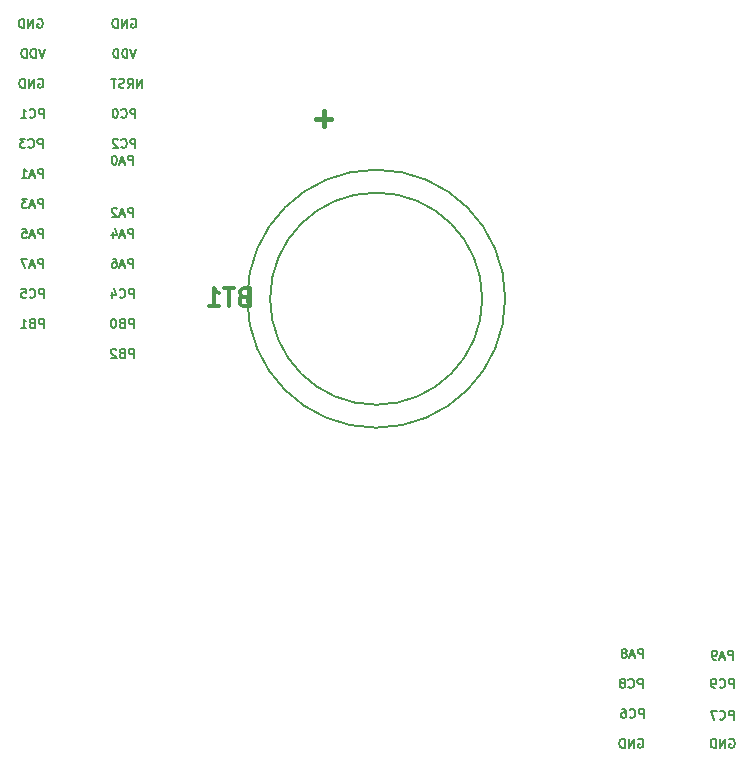
<source format=gbo>
G04 (created by PCBNEW (2013-07-07 BZR 4022)-stable) date 10/02/2014 08:40:50*
%MOIN*%
G04 Gerber Fmt 3.4, Leading zero omitted, Abs format*
%FSLAX34Y34*%
G01*
G70*
G90*
G04 APERTURE LIST*
%ADD10C,0.00590551*%
%ADD11C,0.006*%
%ADD12C,0.015*%
%ADD13C,0.0079*%
%ADD14C,0.012*%
G04 APERTURE END LIST*
G54D10*
G54D11*
X55349Y-57921D02*
X55349Y-57621D01*
X55235Y-57621D01*
X55207Y-57635D01*
X55192Y-57650D01*
X55178Y-57678D01*
X55178Y-57721D01*
X55192Y-57750D01*
X55207Y-57764D01*
X55235Y-57778D01*
X55349Y-57778D01*
X55064Y-57835D02*
X54921Y-57835D01*
X55092Y-57921D02*
X54992Y-57621D01*
X54892Y-57921D01*
X54749Y-57750D02*
X54778Y-57735D01*
X54792Y-57721D01*
X54807Y-57692D01*
X54807Y-57678D01*
X54792Y-57650D01*
X54778Y-57635D01*
X54749Y-57621D01*
X54692Y-57621D01*
X54664Y-57635D01*
X54649Y-57650D01*
X54635Y-57678D01*
X54635Y-57692D01*
X54649Y-57721D01*
X54664Y-57735D01*
X54692Y-57750D01*
X54749Y-57750D01*
X54778Y-57764D01*
X54792Y-57778D01*
X54807Y-57807D01*
X54807Y-57864D01*
X54792Y-57892D01*
X54778Y-57907D01*
X54749Y-57921D01*
X54692Y-57921D01*
X54664Y-57907D01*
X54649Y-57892D01*
X54635Y-57864D01*
X54635Y-57807D01*
X54649Y-57778D01*
X54664Y-57764D01*
X54692Y-57750D01*
X55331Y-58921D02*
X55331Y-58621D01*
X55217Y-58621D01*
X55188Y-58635D01*
X55174Y-58650D01*
X55160Y-58678D01*
X55160Y-58721D01*
X55174Y-58750D01*
X55188Y-58764D01*
X55217Y-58778D01*
X55331Y-58778D01*
X54860Y-58892D02*
X54874Y-58907D01*
X54917Y-58921D01*
X54945Y-58921D01*
X54988Y-58907D01*
X55017Y-58878D01*
X55031Y-58850D01*
X55045Y-58792D01*
X55045Y-58750D01*
X55031Y-58692D01*
X55017Y-58664D01*
X54988Y-58635D01*
X54945Y-58621D01*
X54917Y-58621D01*
X54874Y-58635D01*
X54860Y-58650D01*
X54688Y-58750D02*
X54717Y-58735D01*
X54731Y-58721D01*
X54745Y-58692D01*
X54745Y-58678D01*
X54731Y-58650D01*
X54717Y-58635D01*
X54688Y-58621D01*
X54631Y-58621D01*
X54602Y-58635D01*
X54588Y-58650D01*
X54574Y-58678D01*
X54574Y-58692D01*
X54588Y-58721D01*
X54602Y-58735D01*
X54631Y-58750D01*
X54688Y-58750D01*
X54717Y-58764D01*
X54731Y-58778D01*
X54745Y-58807D01*
X54745Y-58864D01*
X54731Y-58892D01*
X54717Y-58907D01*
X54688Y-58921D01*
X54631Y-58921D01*
X54602Y-58907D01*
X54588Y-58892D01*
X54574Y-58864D01*
X54574Y-58807D01*
X54588Y-58778D01*
X54602Y-58764D01*
X54631Y-58750D01*
X55371Y-59921D02*
X55371Y-59621D01*
X55257Y-59621D01*
X55228Y-59635D01*
X55214Y-59650D01*
X55200Y-59678D01*
X55200Y-59721D01*
X55214Y-59750D01*
X55228Y-59764D01*
X55257Y-59778D01*
X55371Y-59778D01*
X54900Y-59892D02*
X54914Y-59907D01*
X54957Y-59921D01*
X54985Y-59921D01*
X55028Y-59907D01*
X55057Y-59878D01*
X55071Y-59850D01*
X55085Y-59792D01*
X55085Y-59750D01*
X55071Y-59692D01*
X55057Y-59664D01*
X55028Y-59635D01*
X54985Y-59621D01*
X54957Y-59621D01*
X54914Y-59635D01*
X54900Y-59650D01*
X54642Y-59621D02*
X54700Y-59621D01*
X54728Y-59635D01*
X54742Y-59650D01*
X54771Y-59692D01*
X54785Y-59750D01*
X54785Y-59864D01*
X54771Y-59892D01*
X54757Y-59907D01*
X54728Y-59921D01*
X54671Y-59921D01*
X54642Y-59907D01*
X54628Y-59892D01*
X54614Y-59864D01*
X54614Y-59792D01*
X54628Y-59764D01*
X54642Y-59750D01*
X54671Y-59735D01*
X54728Y-59735D01*
X54757Y-59750D01*
X54771Y-59764D01*
X54785Y-59792D01*
X55188Y-60635D02*
X55217Y-60621D01*
X55260Y-60621D01*
X55302Y-60635D01*
X55331Y-60664D01*
X55345Y-60692D01*
X55360Y-60750D01*
X55360Y-60792D01*
X55345Y-60850D01*
X55331Y-60878D01*
X55302Y-60907D01*
X55260Y-60921D01*
X55231Y-60921D01*
X55188Y-60907D01*
X55174Y-60892D01*
X55174Y-60792D01*
X55231Y-60792D01*
X55045Y-60921D02*
X55045Y-60621D01*
X54874Y-60921D01*
X54874Y-60621D01*
X54731Y-60921D02*
X54731Y-60621D01*
X54660Y-60621D01*
X54617Y-60635D01*
X54588Y-60664D01*
X54574Y-60692D01*
X54560Y-60750D01*
X54560Y-60792D01*
X54574Y-60850D01*
X54588Y-60878D01*
X54617Y-60907D01*
X54660Y-60921D01*
X54731Y-60921D01*
X58349Y-57981D02*
X58349Y-57681D01*
X58235Y-57681D01*
X58207Y-57695D01*
X58192Y-57710D01*
X58178Y-57738D01*
X58178Y-57781D01*
X58192Y-57810D01*
X58207Y-57824D01*
X58235Y-57838D01*
X58349Y-57838D01*
X58064Y-57895D02*
X57921Y-57895D01*
X58092Y-57981D02*
X57992Y-57681D01*
X57892Y-57981D01*
X57778Y-57981D02*
X57721Y-57981D01*
X57692Y-57967D01*
X57678Y-57952D01*
X57649Y-57910D01*
X57635Y-57852D01*
X57635Y-57738D01*
X57649Y-57710D01*
X57664Y-57695D01*
X57692Y-57681D01*
X57749Y-57681D01*
X57778Y-57695D01*
X57792Y-57710D01*
X57807Y-57738D01*
X57807Y-57810D01*
X57792Y-57838D01*
X57778Y-57852D01*
X57749Y-57867D01*
X57692Y-57867D01*
X57664Y-57852D01*
X57649Y-57838D01*
X57635Y-57810D01*
X58371Y-58921D02*
X58371Y-58621D01*
X58257Y-58621D01*
X58228Y-58635D01*
X58214Y-58650D01*
X58200Y-58678D01*
X58200Y-58721D01*
X58214Y-58750D01*
X58228Y-58764D01*
X58257Y-58778D01*
X58371Y-58778D01*
X57900Y-58892D02*
X57914Y-58907D01*
X57957Y-58921D01*
X57985Y-58921D01*
X58028Y-58907D01*
X58057Y-58878D01*
X58071Y-58850D01*
X58085Y-58792D01*
X58085Y-58750D01*
X58071Y-58692D01*
X58057Y-58664D01*
X58028Y-58635D01*
X57985Y-58621D01*
X57957Y-58621D01*
X57914Y-58635D01*
X57900Y-58650D01*
X57757Y-58921D02*
X57700Y-58921D01*
X57671Y-58907D01*
X57657Y-58892D01*
X57628Y-58850D01*
X57614Y-58792D01*
X57614Y-58678D01*
X57628Y-58650D01*
X57642Y-58635D01*
X57671Y-58621D01*
X57728Y-58621D01*
X57757Y-58635D01*
X57771Y-58650D01*
X57785Y-58678D01*
X57785Y-58750D01*
X57771Y-58778D01*
X57757Y-58792D01*
X57728Y-58807D01*
X57671Y-58807D01*
X57642Y-58792D01*
X57628Y-58778D01*
X57614Y-58750D01*
X58371Y-59981D02*
X58371Y-59681D01*
X58257Y-59681D01*
X58228Y-59695D01*
X58214Y-59710D01*
X58200Y-59738D01*
X58200Y-59781D01*
X58214Y-59810D01*
X58228Y-59824D01*
X58257Y-59838D01*
X58371Y-59838D01*
X57900Y-59952D02*
X57914Y-59967D01*
X57957Y-59981D01*
X57985Y-59981D01*
X58028Y-59967D01*
X58057Y-59938D01*
X58071Y-59910D01*
X58085Y-59852D01*
X58085Y-59810D01*
X58071Y-59752D01*
X58057Y-59724D01*
X58028Y-59695D01*
X57985Y-59681D01*
X57957Y-59681D01*
X57914Y-59695D01*
X57900Y-59710D01*
X57800Y-59681D02*
X57600Y-59681D01*
X57728Y-59981D01*
X58228Y-60635D02*
X58257Y-60621D01*
X58300Y-60621D01*
X58342Y-60635D01*
X58371Y-60664D01*
X58385Y-60692D01*
X58400Y-60750D01*
X58400Y-60792D01*
X58385Y-60850D01*
X58371Y-60878D01*
X58342Y-60907D01*
X58300Y-60921D01*
X58271Y-60921D01*
X58228Y-60907D01*
X58214Y-60892D01*
X58214Y-60792D01*
X58271Y-60792D01*
X58085Y-60921D02*
X58085Y-60621D01*
X57914Y-60921D01*
X57914Y-60621D01*
X57771Y-60921D02*
X57771Y-60621D01*
X57700Y-60621D01*
X57657Y-60635D01*
X57628Y-60664D01*
X57614Y-60692D01*
X57600Y-60750D01*
X57600Y-60792D01*
X57614Y-60850D01*
X57628Y-60878D01*
X57657Y-60907D01*
X57700Y-60921D01*
X57771Y-60921D01*
X38652Y-38921D02*
X38652Y-38621D01*
X38481Y-38921D01*
X38481Y-38621D01*
X38167Y-38921D02*
X38267Y-38778D01*
X38338Y-38921D02*
X38338Y-38621D01*
X38224Y-38621D01*
X38195Y-38635D01*
X38181Y-38650D01*
X38167Y-38678D01*
X38167Y-38721D01*
X38181Y-38750D01*
X38195Y-38764D01*
X38224Y-38778D01*
X38338Y-38778D01*
X38052Y-38907D02*
X38009Y-38921D01*
X37938Y-38921D01*
X37909Y-38907D01*
X37895Y-38892D01*
X37881Y-38864D01*
X37881Y-38835D01*
X37895Y-38807D01*
X37909Y-38792D01*
X37938Y-38778D01*
X37995Y-38764D01*
X38024Y-38750D01*
X38038Y-38735D01*
X38052Y-38707D01*
X38052Y-38678D01*
X38038Y-38650D01*
X38024Y-38635D01*
X37995Y-38621D01*
X37924Y-38621D01*
X37881Y-38635D01*
X37795Y-38621D02*
X37624Y-38621D01*
X37709Y-38921D02*
X37709Y-38621D01*
X38349Y-41481D02*
X38349Y-41181D01*
X38235Y-41181D01*
X38207Y-41195D01*
X38192Y-41210D01*
X38178Y-41238D01*
X38178Y-41281D01*
X38192Y-41310D01*
X38207Y-41324D01*
X38235Y-41338D01*
X38349Y-41338D01*
X38064Y-41395D02*
X37921Y-41395D01*
X38092Y-41481D02*
X37992Y-41181D01*
X37892Y-41481D01*
X37735Y-41181D02*
X37707Y-41181D01*
X37678Y-41195D01*
X37664Y-41210D01*
X37649Y-41238D01*
X37635Y-41295D01*
X37635Y-41367D01*
X37649Y-41424D01*
X37664Y-41452D01*
X37678Y-41467D01*
X37707Y-41481D01*
X37735Y-41481D01*
X37764Y-41467D01*
X37778Y-41452D01*
X37792Y-41424D01*
X37807Y-41367D01*
X37807Y-41295D01*
X37792Y-41238D01*
X37778Y-41210D01*
X37764Y-41195D01*
X37735Y-41181D01*
X38371Y-46921D02*
X38371Y-46621D01*
X38257Y-46621D01*
X38228Y-46635D01*
X38214Y-46650D01*
X38200Y-46678D01*
X38200Y-46721D01*
X38214Y-46750D01*
X38228Y-46764D01*
X38257Y-46778D01*
X38371Y-46778D01*
X37971Y-46764D02*
X37928Y-46778D01*
X37914Y-46792D01*
X37900Y-46821D01*
X37900Y-46864D01*
X37914Y-46892D01*
X37928Y-46907D01*
X37957Y-46921D01*
X38071Y-46921D01*
X38071Y-46621D01*
X37971Y-46621D01*
X37942Y-46635D01*
X37928Y-46650D01*
X37914Y-46678D01*
X37914Y-46707D01*
X37928Y-46735D01*
X37942Y-46750D01*
X37971Y-46764D01*
X38071Y-46764D01*
X37714Y-46621D02*
X37685Y-46621D01*
X37657Y-46635D01*
X37642Y-46650D01*
X37628Y-46678D01*
X37614Y-46735D01*
X37614Y-46807D01*
X37628Y-46864D01*
X37642Y-46892D01*
X37657Y-46907D01*
X37685Y-46921D01*
X37714Y-46921D01*
X37742Y-46907D01*
X37757Y-46892D01*
X37771Y-46864D01*
X37785Y-46807D01*
X37785Y-46735D01*
X37771Y-46678D01*
X37757Y-46650D01*
X37742Y-46635D01*
X37714Y-46621D01*
X38371Y-45921D02*
X38371Y-45621D01*
X38257Y-45621D01*
X38228Y-45635D01*
X38214Y-45650D01*
X38200Y-45678D01*
X38200Y-45721D01*
X38214Y-45750D01*
X38228Y-45764D01*
X38257Y-45778D01*
X38371Y-45778D01*
X37900Y-45892D02*
X37914Y-45907D01*
X37957Y-45921D01*
X37985Y-45921D01*
X38028Y-45907D01*
X38057Y-45878D01*
X38071Y-45850D01*
X38085Y-45792D01*
X38085Y-45750D01*
X38071Y-45692D01*
X38057Y-45664D01*
X38028Y-45635D01*
X37985Y-45621D01*
X37957Y-45621D01*
X37914Y-45635D01*
X37900Y-45650D01*
X37642Y-45721D02*
X37642Y-45921D01*
X37714Y-45607D02*
X37785Y-45821D01*
X37600Y-45821D01*
X38349Y-44921D02*
X38349Y-44621D01*
X38235Y-44621D01*
X38207Y-44635D01*
X38192Y-44650D01*
X38178Y-44678D01*
X38178Y-44721D01*
X38192Y-44750D01*
X38207Y-44764D01*
X38235Y-44778D01*
X38349Y-44778D01*
X38064Y-44835D02*
X37921Y-44835D01*
X38092Y-44921D02*
X37992Y-44621D01*
X37892Y-44921D01*
X37664Y-44621D02*
X37721Y-44621D01*
X37749Y-44635D01*
X37764Y-44650D01*
X37792Y-44692D01*
X37807Y-44750D01*
X37807Y-44864D01*
X37792Y-44892D01*
X37778Y-44907D01*
X37749Y-44921D01*
X37692Y-44921D01*
X37664Y-44907D01*
X37649Y-44892D01*
X37635Y-44864D01*
X37635Y-44792D01*
X37649Y-44764D01*
X37664Y-44750D01*
X37692Y-44735D01*
X37749Y-44735D01*
X37778Y-44750D01*
X37792Y-44764D01*
X37807Y-44792D01*
X38349Y-43921D02*
X38349Y-43621D01*
X38235Y-43621D01*
X38207Y-43635D01*
X38192Y-43650D01*
X38178Y-43678D01*
X38178Y-43721D01*
X38192Y-43750D01*
X38207Y-43764D01*
X38235Y-43778D01*
X38349Y-43778D01*
X38064Y-43835D02*
X37921Y-43835D01*
X38092Y-43921D02*
X37992Y-43621D01*
X37892Y-43921D01*
X37664Y-43721D02*
X37664Y-43921D01*
X37735Y-43607D02*
X37807Y-43821D01*
X37621Y-43821D01*
X35371Y-45921D02*
X35371Y-45621D01*
X35257Y-45621D01*
X35228Y-45635D01*
X35214Y-45650D01*
X35200Y-45678D01*
X35200Y-45721D01*
X35214Y-45750D01*
X35228Y-45764D01*
X35257Y-45778D01*
X35371Y-45778D01*
X34900Y-45892D02*
X34914Y-45907D01*
X34957Y-45921D01*
X34985Y-45921D01*
X35028Y-45907D01*
X35057Y-45878D01*
X35071Y-45850D01*
X35085Y-45792D01*
X35085Y-45750D01*
X35071Y-45692D01*
X35057Y-45664D01*
X35028Y-45635D01*
X34985Y-45621D01*
X34957Y-45621D01*
X34914Y-45635D01*
X34900Y-45650D01*
X34628Y-45621D02*
X34771Y-45621D01*
X34785Y-45764D01*
X34771Y-45750D01*
X34742Y-45735D01*
X34671Y-45735D01*
X34642Y-45750D01*
X34628Y-45764D01*
X34614Y-45792D01*
X34614Y-45864D01*
X34628Y-45892D01*
X34642Y-45907D01*
X34671Y-45921D01*
X34742Y-45921D01*
X34771Y-45907D01*
X34785Y-45892D01*
X35349Y-44921D02*
X35349Y-44621D01*
X35235Y-44621D01*
X35207Y-44635D01*
X35192Y-44650D01*
X35178Y-44678D01*
X35178Y-44721D01*
X35192Y-44750D01*
X35207Y-44764D01*
X35235Y-44778D01*
X35349Y-44778D01*
X35064Y-44835D02*
X34921Y-44835D01*
X35092Y-44921D02*
X34992Y-44621D01*
X34892Y-44921D01*
X34821Y-44621D02*
X34621Y-44621D01*
X34749Y-44921D01*
X35349Y-43921D02*
X35349Y-43621D01*
X35235Y-43621D01*
X35207Y-43635D01*
X35192Y-43650D01*
X35178Y-43678D01*
X35178Y-43721D01*
X35192Y-43750D01*
X35207Y-43764D01*
X35235Y-43778D01*
X35349Y-43778D01*
X35064Y-43835D02*
X34921Y-43835D01*
X35092Y-43921D02*
X34992Y-43621D01*
X34892Y-43921D01*
X34649Y-43621D02*
X34792Y-43621D01*
X34807Y-43764D01*
X34792Y-43750D01*
X34764Y-43735D01*
X34692Y-43735D01*
X34664Y-43750D01*
X34649Y-43764D01*
X34635Y-43792D01*
X34635Y-43864D01*
X34649Y-43892D01*
X34664Y-43907D01*
X34692Y-43921D01*
X34764Y-43921D01*
X34792Y-43907D01*
X34807Y-43892D01*
X35349Y-42921D02*
X35349Y-42621D01*
X35235Y-42621D01*
X35207Y-42635D01*
X35192Y-42650D01*
X35178Y-42678D01*
X35178Y-42721D01*
X35192Y-42750D01*
X35207Y-42764D01*
X35235Y-42778D01*
X35349Y-42778D01*
X35064Y-42835D02*
X34921Y-42835D01*
X35092Y-42921D02*
X34992Y-42621D01*
X34892Y-42921D01*
X34821Y-42621D02*
X34635Y-42621D01*
X34735Y-42735D01*
X34692Y-42735D01*
X34664Y-42750D01*
X34649Y-42764D01*
X34635Y-42792D01*
X34635Y-42864D01*
X34649Y-42892D01*
X34664Y-42907D01*
X34692Y-42921D01*
X34778Y-42921D01*
X34807Y-42907D01*
X34821Y-42892D01*
X35349Y-41921D02*
X35349Y-41621D01*
X35235Y-41621D01*
X35207Y-41635D01*
X35192Y-41650D01*
X35178Y-41678D01*
X35178Y-41721D01*
X35192Y-41750D01*
X35207Y-41764D01*
X35235Y-41778D01*
X35349Y-41778D01*
X35064Y-41835D02*
X34921Y-41835D01*
X35092Y-41921D02*
X34992Y-41621D01*
X34892Y-41921D01*
X34635Y-41921D02*
X34807Y-41921D01*
X34721Y-41921D02*
X34721Y-41621D01*
X34749Y-41664D01*
X34778Y-41692D01*
X34807Y-41707D01*
X35331Y-40921D02*
X35331Y-40621D01*
X35217Y-40621D01*
X35188Y-40635D01*
X35174Y-40650D01*
X35160Y-40678D01*
X35160Y-40721D01*
X35174Y-40750D01*
X35188Y-40764D01*
X35217Y-40778D01*
X35331Y-40778D01*
X34860Y-40892D02*
X34874Y-40907D01*
X34917Y-40921D01*
X34945Y-40921D01*
X34988Y-40907D01*
X35017Y-40878D01*
X35031Y-40850D01*
X35045Y-40792D01*
X35045Y-40750D01*
X35031Y-40692D01*
X35017Y-40664D01*
X34988Y-40635D01*
X34945Y-40621D01*
X34917Y-40621D01*
X34874Y-40635D01*
X34860Y-40650D01*
X34760Y-40621D02*
X34574Y-40621D01*
X34674Y-40735D01*
X34631Y-40735D01*
X34602Y-40750D01*
X34588Y-40764D01*
X34574Y-40792D01*
X34574Y-40864D01*
X34588Y-40892D01*
X34602Y-40907D01*
X34631Y-40921D01*
X34717Y-40921D01*
X34745Y-40907D01*
X34760Y-40892D01*
X35371Y-39921D02*
X35371Y-39621D01*
X35257Y-39621D01*
X35228Y-39635D01*
X35214Y-39650D01*
X35200Y-39678D01*
X35200Y-39721D01*
X35214Y-39750D01*
X35228Y-39764D01*
X35257Y-39778D01*
X35371Y-39778D01*
X34900Y-39892D02*
X34914Y-39907D01*
X34957Y-39921D01*
X34985Y-39921D01*
X35028Y-39907D01*
X35057Y-39878D01*
X35071Y-39850D01*
X35085Y-39792D01*
X35085Y-39750D01*
X35071Y-39692D01*
X35057Y-39664D01*
X35028Y-39635D01*
X34985Y-39621D01*
X34957Y-39621D01*
X34914Y-39635D01*
X34900Y-39650D01*
X34614Y-39921D02*
X34785Y-39921D01*
X34700Y-39921D02*
X34700Y-39621D01*
X34728Y-39664D01*
X34757Y-39692D01*
X34785Y-39707D01*
X35188Y-38635D02*
X35217Y-38621D01*
X35260Y-38621D01*
X35302Y-38635D01*
X35331Y-38664D01*
X35345Y-38692D01*
X35360Y-38750D01*
X35360Y-38792D01*
X35345Y-38850D01*
X35331Y-38878D01*
X35302Y-38907D01*
X35260Y-38921D01*
X35231Y-38921D01*
X35188Y-38907D01*
X35174Y-38892D01*
X35174Y-38792D01*
X35231Y-38792D01*
X35045Y-38921D02*
X35045Y-38621D01*
X34874Y-38921D01*
X34874Y-38621D01*
X34731Y-38921D02*
X34731Y-38621D01*
X34660Y-38621D01*
X34617Y-38635D01*
X34588Y-38664D01*
X34574Y-38692D01*
X34560Y-38750D01*
X34560Y-38792D01*
X34574Y-38850D01*
X34588Y-38878D01*
X34617Y-38907D01*
X34660Y-38921D01*
X34731Y-38921D01*
X38460Y-37621D02*
X38360Y-37921D01*
X38260Y-37621D01*
X38159Y-37921D02*
X38159Y-37621D01*
X38088Y-37621D01*
X38045Y-37635D01*
X38017Y-37664D01*
X38002Y-37692D01*
X37988Y-37750D01*
X37988Y-37792D01*
X38002Y-37850D01*
X38017Y-37878D01*
X38045Y-37907D01*
X38088Y-37921D01*
X38159Y-37921D01*
X37859Y-37921D02*
X37859Y-37621D01*
X37788Y-37621D01*
X37745Y-37635D01*
X37717Y-37664D01*
X37702Y-37692D01*
X37688Y-37750D01*
X37688Y-37792D01*
X37702Y-37850D01*
X37717Y-37878D01*
X37745Y-37907D01*
X37788Y-37921D01*
X37859Y-37921D01*
X38288Y-36635D02*
X38317Y-36621D01*
X38360Y-36621D01*
X38402Y-36635D01*
X38431Y-36664D01*
X38445Y-36692D01*
X38460Y-36750D01*
X38460Y-36792D01*
X38445Y-36850D01*
X38431Y-36878D01*
X38402Y-36907D01*
X38360Y-36921D01*
X38331Y-36921D01*
X38288Y-36907D01*
X38274Y-36892D01*
X38274Y-36792D01*
X38331Y-36792D01*
X38145Y-36921D02*
X38145Y-36621D01*
X37974Y-36921D01*
X37974Y-36621D01*
X37831Y-36921D02*
X37831Y-36621D01*
X37760Y-36621D01*
X37717Y-36635D01*
X37688Y-36664D01*
X37674Y-36692D01*
X37660Y-36750D01*
X37660Y-36792D01*
X37674Y-36850D01*
X37688Y-36878D01*
X37717Y-36907D01*
X37760Y-36921D01*
X37831Y-36921D01*
X35400Y-37621D02*
X35300Y-37921D01*
X35200Y-37621D01*
X35099Y-37921D02*
X35099Y-37621D01*
X35028Y-37621D01*
X34985Y-37635D01*
X34957Y-37664D01*
X34942Y-37692D01*
X34928Y-37750D01*
X34928Y-37792D01*
X34942Y-37850D01*
X34957Y-37878D01*
X34985Y-37907D01*
X35028Y-37921D01*
X35099Y-37921D01*
X34799Y-37921D02*
X34799Y-37621D01*
X34728Y-37621D01*
X34685Y-37635D01*
X34657Y-37664D01*
X34642Y-37692D01*
X34628Y-37750D01*
X34628Y-37792D01*
X34642Y-37850D01*
X34657Y-37878D01*
X34685Y-37907D01*
X34728Y-37921D01*
X34799Y-37921D01*
X35168Y-36635D02*
X35197Y-36621D01*
X35240Y-36621D01*
X35282Y-36635D01*
X35311Y-36664D01*
X35325Y-36692D01*
X35340Y-36750D01*
X35340Y-36792D01*
X35325Y-36850D01*
X35311Y-36878D01*
X35282Y-36907D01*
X35240Y-36921D01*
X35211Y-36921D01*
X35168Y-36907D01*
X35154Y-36892D01*
X35154Y-36792D01*
X35211Y-36792D01*
X35025Y-36921D02*
X35025Y-36621D01*
X34854Y-36921D01*
X34854Y-36621D01*
X34711Y-36921D02*
X34711Y-36621D01*
X34640Y-36621D01*
X34597Y-36635D01*
X34568Y-36664D01*
X34554Y-36692D01*
X34540Y-36750D01*
X34540Y-36792D01*
X34554Y-36850D01*
X34568Y-36878D01*
X34597Y-36907D01*
X34640Y-36921D01*
X34711Y-36921D01*
X35371Y-46921D02*
X35371Y-46621D01*
X35257Y-46621D01*
X35228Y-46635D01*
X35214Y-46650D01*
X35200Y-46678D01*
X35200Y-46721D01*
X35214Y-46750D01*
X35228Y-46764D01*
X35257Y-46778D01*
X35371Y-46778D01*
X34971Y-46764D02*
X34928Y-46778D01*
X34914Y-46792D01*
X34900Y-46821D01*
X34900Y-46864D01*
X34914Y-46892D01*
X34928Y-46907D01*
X34957Y-46921D01*
X35071Y-46921D01*
X35071Y-46621D01*
X34971Y-46621D01*
X34942Y-46635D01*
X34928Y-46650D01*
X34914Y-46678D01*
X34914Y-46707D01*
X34928Y-46735D01*
X34942Y-46750D01*
X34971Y-46764D01*
X35071Y-46764D01*
X34614Y-46921D02*
X34785Y-46921D01*
X34700Y-46921D02*
X34700Y-46621D01*
X34728Y-46664D01*
X34757Y-46692D01*
X34785Y-46707D01*
X38421Y-39921D02*
X38421Y-39621D01*
X38307Y-39621D01*
X38278Y-39635D01*
X38264Y-39650D01*
X38250Y-39678D01*
X38250Y-39721D01*
X38264Y-39750D01*
X38278Y-39764D01*
X38307Y-39778D01*
X38421Y-39778D01*
X37950Y-39892D02*
X37964Y-39907D01*
X38007Y-39921D01*
X38035Y-39921D01*
X38078Y-39907D01*
X38107Y-39878D01*
X38121Y-39850D01*
X38135Y-39792D01*
X38135Y-39750D01*
X38121Y-39692D01*
X38107Y-39664D01*
X38078Y-39635D01*
X38035Y-39621D01*
X38007Y-39621D01*
X37964Y-39635D01*
X37950Y-39650D01*
X37764Y-39621D02*
X37735Y-39621D01*
X37707Y-39635D01*
X37692Y-39650D01*
X37678Y-39678D01*
X37664Y-39735D01*
X37664Y-39807D01*
X37678Y-39864D01*
X37692Y-39892D01*
X37707Y-39907D01*
X37735Y-39921D01*
X37764Y-39921D01*
X37792Y-39907D01*
X37807Y-39892D01*
X37821Y-39864D01*
X37835Y-39807D01*
X37835Y-39735D01*
X37821Y-39678D01*
X37807Y-39650D01*
X37792Y-39635D01*
X37764Y-39621D01*
X38421Y-40921D02*
X38421Y-40621D01*
X38307Y-40621D01*
X38278Y-40635D01*
X38264Y-40650D01*
X38250Y-40678D01*
X38250Y-40721D01*
X38264Y-40750D01*
X38278Y-40764D01*
X38307Y-40778D01*
X38421Y-40778D01*
X37950Y-40892D02*
X37964Y-40907D01*
X38007Y-40921D01*
X38035Y-40921D01*
X38078Y-40907D01*
X38107Y-40878D01*
X38121Y-40850D01*
X38135Y-40792D01*
X38135Y-40750D01*
X38121Y-40692D01*
X38107Y-40664D01*
X38078Y-40635D01*
X38035Y-40621D01*
X38007Y-40621D01*
X37964Y-40635D01*
X37950Y-40650D01*
X37835Y-40650D02*
X37821Y-40635D01*
X37792Y-40621D01*
X37721Y-40621D01*
X37692Y-40635D01*
X37678Y-40650D01*
X37664Y-40678D01*
X37664Y-40707D01*
X37678Y-40750D01*
X37850Y-40921D01*
X37664Y-40921D01*
X38349Y-43221D02*
X38349Y-42921D01*
X38235Y-42921D01*
X38207Y-42935D01*
X38192Y-42950D01*
X38178Y-42978D01*
X38178Y-43021D01*
X38192Y-43050D01*
X38207Y-43064D01*
X38235Y-43078D01*
X38349Y-43078D01*
X38064Y-43135D02*
X37921Y-43135D01*
X38092Y-43221D02*
X37992Y-42921D01*
X37892Y-43221D01*
X37807Y-42950D02*
X37792Y-42935D01*
X37764Y-42921D01*
X37692Y-42921D01*
X37664Y-42935D01*
X37649Y-42950D01*
X37635Y-42978D01*
X37635Y-43007D01*
X37649Y-43050D01*
X37821Y-43221D01*
X37635Y-43221D01*
X38371Y-47921D02*
X38371Y-47621D01*
X38257Y-47621D01*
X38228Y-47635D01*
X38214Y-47650D01*
X38200Y-47678D01*
X38200Y-47721D01*
X38214Y-47750D01*
X38228Y-47764D01*
X38257Y-47778D01*
X38371Y-47778D01*
X37971Y-47764D02*
X37928Y-47778D01*
X37914Y-47792D01*
X37900Y-47821D01*
X37900Y-47864D01*
X37914Y-47892D01*
X37928Y-47907D01*
X37957Y-47921D01*
X38071Y-47921D01*
X38071Y-47621D01*
X37971Y-47621D01*
X37942Y-47635D01*
X37928Y-47650D01*
X37914Y-47678D01*
X37914Y-47707D01*
X37928Y-47735D01*
X37942Y-47750D01*
X37971Y-47764D01*
X38071Y-47764D01*
X37785Y-47650D02*
X37771Y-47635D01*
X37742Y-47621D01*
X37671Y-47621D01*
X37642Y-47635D01*
X37628Y-47650D01*
X37614Y-47678D01*
X37614Y-47707D01*
X37628Y-47750D01*
X37800Y-47921D01*
X37614Y-47921D01*
G54D12*
X44950Y-39950D02*
X44450Y-39950D01*
X44700Y-40200D02*
X44700Y-39700D01*
G54D13*
X49985Y-45950D02*
G75*
G03X49985Y-45950I-3535J0D01*
G74*
G01*
X50751Y-45950D02*
G75*
G03X50751Y-45950I-4301J0D01*
G74*
G01*
G54D14*
X42039Y-45878D02*
X41953Y-45907D01*
X41925Y-45935D01*
X41896Y-45992D01*
X41896Y-46078D01*
X41925Y-46135D01*
X41953Y-46164D01*
X42010Y-46192D01*
X42239Y-46192D01*
X42239Y-45592D01*
X42039Y-45592D01*
X41982Y-45621D01*
X41953Y-45650D01*
X41925Y-45707D01*
X41925Y-45764D01*
X41953Y-45821D01*
X41982Y-45850D01*
X42039Y-45878D01*
X42239Y-45878D01*
X41725Y-45592D02*
X41382Y-45592D01*
X41553Y-46192D02*
X41553Y-45592D01*
X40868Y-46192D02*
X41210Y-46192D01*
X41039Y-46192D02*
X41039Y-45592D01*
X41096Y-45678D01*
X41153Y-45735D01*
X41210Y-45764D01*
M02*

</source>
